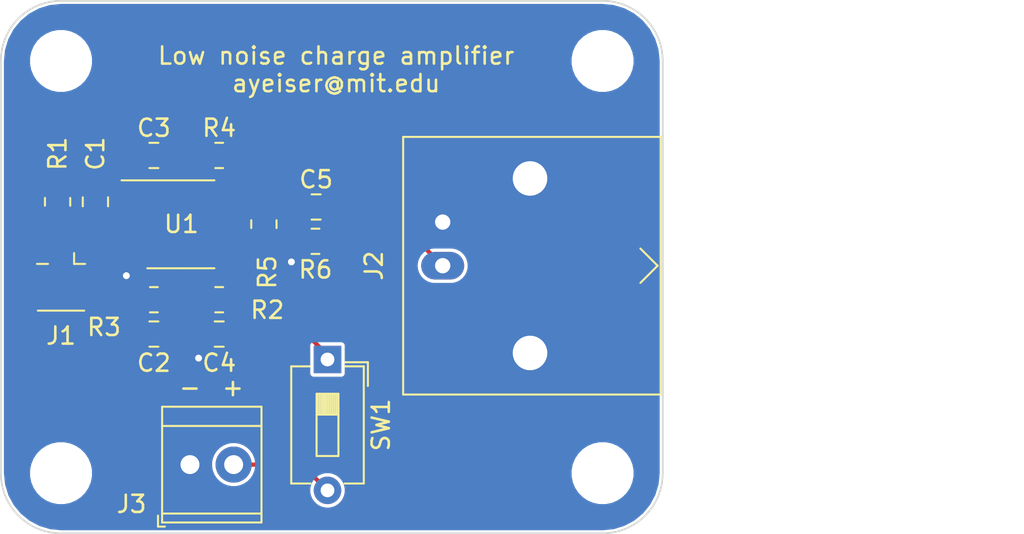
<source format=kicad_pcb>
(kicad_pcb (version 20171130) (host pcbnew 5.1.9+dfsg1-1)

  (general
    (thickness 1.6)
    (drawings 11)
    (tracks 62)
    (zones 0)
    (modules 20)
    (nets 11)
  )

  (page A4)
  (layers
    (0 F.Cu signal)
    (31 B.Cu signal)
    (32 B.Adhes user)
    (33 F.Adhes user)
    (34 B.Paste user)
    (35 F.Paste user)
    (36 B.SilkS user)
    (37 F.SilkS user)
    (38 B.Mask user)
    (39 F.Mask user)
    (40 Dwgs.User user)
    (41 Cmts.User user)
    (42 Eco1.User user)
    (43 Eco2.User user)
    (44 Edge.Cuts user)
    (45 Margin user)
    (46 B.CrtYd user)
    (47 F.CrtYd user)
    (48 B.Fab user)
    (49 F.Fab user hide)
  )

  (setup
    (last_trace_width 0.25)
    (trace_clearance 0.2)
    (zone_clearance 0.127)
    (zone_45_only no)
    (trace_min 0.1524)
    (via_size 0.8)
    (via_drill 0.4)
    (via_min_size 0.254)
    (via_min_drill 0.3)
    (uvia_size 0.3)
    (uvia_drill 0.1)
    (uvias_allowed no)
    (uvia_min_size 0.254)
    (uvia_min_drill 0.1)
    (edge_width 0.05)
    (segment_width 0.2)
    (pcb_text_width 0.3)
    (pcb_text_size 1.5 1.5)
    (mod_edge_width 0.12)
    (mod_text_size 1 1)
    (mod_text_width 0.15)
    (pad_size 1.524 1.524)
    (pad_drill 0.762)
    (pad_to_mask_clearance 0)
    (aux_axis_origin 0 0)
    (visible_elements FFFFFF7F)
    (pcbplotparams
      (layerselection 0x010fc_ffffffff)
      (usegerberextensions false)
      (usegerberattributes true)
      (usegerberadvancedattributes true)
      (creategerberjobfile true)
      (excludeedgelayer true)
      (linewidth 0.100000)
      (plotframeref false)
      (viasonmask false)
      (mode 1)
      (useauxorigin false)
      (hpglpennumber 1)
      (hpglpenspeed 20)
      (hpglpendiameter 15.000000)
      (psnegative false)
      (psa4output false)
      (plotreference true)
      (plotvalue true)
      (plotinvisibletext false)
      (padsonsilk false)
      (subtractmaskfromsilk false)
      (outputformat 1)
      (mirror false)
      (drillshape 0)
      (scaleselection 1)
      (outputdirectory "ayeiser_charge_amp_gerbers/"))
  )

  (net 0 "")
  (net 1 /VIN)
  (net 2 GND)
  (net 3 /VREF)
  (net 4 "Net-(C3-Pad1)")
  (net 5 /VDD)
  (net 6 /VOUT)
  (net 7 /S1_OUT)
  (net 8 /S2_FB)
  (net 9 /S2_OUT)
  (net 10 "Net-(J3-Pad2)")

  (net_class Default "This is the default net class."
    (clearance 0.2)
    (trace_width 0.25)
    (via_dia 0.8)
    (via_drill 0.4)
    (uvia_dia 0.3)
    (uvia_drill 0.1)
    (add_net /S1_OUT)
    (add_net /S2_FB)
    (add_net /S2_OUT)
    (add_net /VDD)
    (add_net /VIN)
    (add_net /VOUT)
    (add_net /VREF)
    (add_net GND)
    (add_net "Net-(C3-Pad1)")
    (add_net "Net-(J3-Pad2)")
  )

  (module Button_Switch_THT:SW_DIP_SPSTx01_Slide_6.7x4.1mm_W7.62mm_P2.54mm_LowProfile (layer F.Cu) (tedit 5A4E1404) (tstamp 60CABA50)
    (at 40.5 38.88 270)
    (descr "1x-dip-switch SPST , Slide, row spacing 7.62 mm (300 mils), body size 6.7x4.1mm (see e.g. https://www.ctscorp.com/wp-content/uploads/209-210.pdf), LowProfile")
    (tags "DIP Switch SPST Slide 7.62mm 300mil LowProfile")
    (path /60D091C2)
    (fp_text reference SW1 (at 3.81 -3.11 90) (layer F.SilkS)
      (effects (font (size 1 1) (thickness 0.15)))
    )
    (fp_text value SW_SPST (at 3.81 3.11 90) (layer F.Fab)
      (effects (font (size 1 1) (thickness 0.15)))
    )
    (fp_line (start 8.7 -2.4) (end -1.1 -2.4) (layer F.CrtYd) (width 0.05))
    (fp_line (start 8.7 2.4) (end 8.7 -2.4) (layer F.CrtYd) (width 0.05))
    (fp_line (start -1.1 2.4) (end 8.7 2.4) (layer F.CrtYd) (width 0.05))
    (fp_line (start -1.1 -2.4) (end -1.1 2.4) (layer F.CrtYd) (width 0.05))
    (fp_line (start 3.206667 -0.635) (end 3.206667 0.635) (layer F.SilkS) (width 0.12))
    (fp_line (start 2 0.565) (end 3.206667 0.565) (layer F.SilkS) (width 0.12))
    (fp_line (start 2 0.445) (end 3.206667 0.445) (layer F.SilkS) (width 0.12))
    (fp_line (start 2 0.325) (end 3.206667 0.325) (layer F.SilkS) (width 0.12))
    (fp_line (start 2 0.205) (end 3.206667 0.205) (layer F.SilkS) (width 0.12))
    (fp_line (start 2 0.085) (end 3.206667 0.085) (layer F.SilkS) (width 0.12))
    (fp_line (start 2 -0.035) (end 3.206667 -0.035) (layer F.SilkS) (width 0.12))
    (fp_line (start 2 -0.155) (end 3.206667 -0.155) (layer F.SilkS) (width 0.12))
    (fp_line (start 2 -0.275) (end 3.206667 -0.275) (layer F.SilkS) (width 0.12))
    (fp_line (start 2 -0.395) (end 3.206667 -0.395) (layer F.SilkS) (width 0.12))
    (fp_line (start 2 -0.515) (end 3.206667 -0.515) (layer F.SilkS) (width 0.12))
    (fp_line (start 5.62 -0.635) (end 2 -0.635) (layer F.SilkS) (width 0.12))
    (fp_line (start 5.62 0.635) (end 5.62 -0.635) (layer F.SilkS) (width 0.12))
    (fp_line (start 2 0.635) (end 5.62 0.635) (layer F.SilkS) (width 0.12))
    (fp_line (start 2 -0.635) (end 2 0.635) (layer F.SilkS) (width 0.12))
    (fp_line (start 0.16 -2.35) (end 0.16 -1.04) (layer F.SilkS) (width 0.12))
    (fp_line (start 0.16 -2.35) (end 1.543 -2.35) (layer F.SilkS) (width 0.12))
    (fp_line (start 7.221 0.99) (end 7.221 2.11) (layer F.SilkS) (width 0.12))
    (fp_line (start 7.221 -2.11) (end 7.221 -0.99) (layer F.SilkS) (width 0.12))
    (fp_line (start 0.4 1.04) (end 0.4 2.11) (layer F.SilkS) (width 0.12))
    (fp_line (start 0.4 -2.11) (end 0.4 -1.04) (layer F.SilkS) (width 0.12))
    (fp_line (start 0.4 2.11) (end 7.221 2.11) (layer F.SilkS) (width 0.12))
    (fp_line (start 0.4 -2.11) (end 7.221 -2.11) (layer F.SilkS) (width 0.12))
    (fp_line (start 3.206667 -0.635) (end 3.206667 0.635) (layer F.Fab) (width 0.1))
    (fp_line (start 2 0.565) (end 3.206667 0.565) (layer F.Fab) (width 0.1))
    (fp_line (start 2 0.465) (end 3.206667 0.465) (layer F.Fab) (width 0.1))
    (fp_line (start 2 0.365) (end 3.206667 0.365) (layer F.Fab) (width 0.1))
    (fp_line (start 2 0.265) (end 3.206667 0.265) (layer F.Fab) (width 0.1))
    (fp_line (start 2 0.165) (end 3.206667 0.165) (layer F.Fab) (width 0.1))
    (fp_line (start 2 0.065) (end 3.206667 0.065) (layer F.Fab) (width 0.1))
    (fp_line (start 2 -0.035) (end 3.206667 -0.035) (layer F.Fab) (width 0.1))
    (fp_line (start 2 -0.135) (end 3.206667 -0.135) (layer F.Fab) (width 0.1))
    (fp_line (start 2 -0.235) (end 3.206667 -0.235) (layer F.Fab) (width 0.1))
    (fp_line (start 2 -0.335) (end 3.206667 -0.335) (layer F.Fab) (width 0.1))
    (fp_line (start 2 -0.435) (end 3.206667 -0.435) (layer F.Fab) (width 0.1))
    (fp_line (start 2 -0.535) (end 3.206667 -0.535) (layer F.Fab) (width 0.1))
    (fp_line (start 5.62 -0.635) (end 2 -0.635) (layer F.Fab) (width 0.1))
    (fp_line (start 5.62 0.635) (end 5.62 -0.635) (layer F.Fab) (width 0.1))
    (fp_line (start 2 0.635) (end 5.62 0.635) (layer F.Fab) (width 0.1))
    (fp_line (start 2 -0.635) (end 2 0.635) (layer F.Fab) (width 0.1))
    (fp_line (start 0.46 -1.05) (end 1.46 -2.05) (layer F.Fab) (width 0.1))
    (fp_line (start 0.46 2.05) (end 0.46 -1.05) (layer F.Fab) (width 0.1))
    (fp_line (start 7.16 2.05) (end 0.46 2.05) (layer F.Fab) (width 0.1))
    (fp_line (start 7.16 -2.05) (end 7.16 2.05) (layer F.Fab) (width 0.1))
    (fp_line (start 1.46 -2.05) (end 7.16 -2.05) (layer F.Fab) (width 0.1))
    (fp_text user on (at 4.485 -1.3425 90) (layer F.Fab)
      (effects (font (size 0.6 0.6) (thickness 0.09)))
    )
    (fp_text user %R (at 6.39 0) (layer F.Fab)
      (effects (font (size 0.6 0.6) (thickness 0.09)))
    )
    (pad 2 thru_hole oval (at 7.62 0 270) (size 1.6 1.6) (drill 0.8) (layers *.Cu *.Mask)
      (net 10 "Net-(J3-Pad2)"))
    (pad 1 thru_hole rect (at 0 0 270) (size 1.6 1.6) (drill 0.8) (layers *.Cu *.Mask)
      (net 5 /VDD))
    (model ${KISYS3DMOD}/Button_Switch_THT.3dshapes/SW_DIP_SPSTx01_Slide_6.7x4.1mm_W7.62mm_P2.54mm_LowProfile.wrl
      (at (xyz 0 0 0))
      (scale (xyz 1 1 1))
      (rotate (xyz 0 0 90))
    )
  )

  (module MountingHole:MountingHole_3.2mm_M3 (layer F.Cu) (tedit 56D1B4CB) (tstamp 60CAA41F)
    (at 25 21.5)
    (descr "Mounting Hole 3.2mm, no annular, M3")
    (tags "mounting hole 3.2mm no annular m3")
    (attr virtual)
    (fp_text reference REF** (at 0 -4.2) (layer F.SilkS) hide
      (effects (font (size 1 1) (thickness 0.15)))
    )
    (fp_text value MountingHole_3.2mm_M3 (at 0 4.2) (layer F.Fab)
      (effects (font (size 1 1) (thickness 0.15)))
    )
    (fp_circle (center 0 0) (end 3.2 0) (layer Cmts.User) (width 0.15))
    (fp_circle (center 0 0) (end 3.45 0) (layer F.CrtYd) (width 0.05))
    (fp_text user %R (at 0.3 0) (layer F.Fab)
      (effects (font (size 1 1) (thickness 0.15)))
    )
    (pad 1 np_thru_hole circle (at 0 0) (size 3.2 3.2) (drill 3.2) (layers *.Cu *.Mask))
  )

  (module MountingHole:MountingHole_3.2mm_M3 (layer F.Cu) (tedit 56D1B4CB) (tstamp 60CAA41F)
    (at 56.5 21.5)
    (descr "Mounting Hole 3.2mm, no annular, M3")
    (tags "mounting hole 3.2mm no annular m3")
    (attr virtual)
    (fp_text reference REF** (at 0 -4.2) (layer F.SilkS) hide
      (effects (font (size 1 1) (thickness 0.15)))
    )
    (fp_text value MountingHole_3.2mm_M3 (at 0 4.2) (layer F.Fab)
      (effects (font (size 1 1) (thickness 0.15)))
    )
    (fp_circle (center 0 0) (end 3.2 0) (layer Cmts.User) (width 0.15))
    (fp_circle (center 0 0) (end 3.45 0) (layer F.CrtYd) (width 0.05))
    (fp_text user %R (at 0.3 0) (layer F.Fab)
      (effects (font (size 1 1) (thickness 0.15)))
    )
    (pad 1 np_thru_hole circle (at 0 0) (size 3.2 3.2) (drill 3.2) (layers *.Cu *.Mask))
  )

  (module MountingHole:MountingHole_3.2mm_M3 (layer F.Cu) (tedit 56D1B4CB) (tstamp 60CAA41F)
    (at 56.5 45.5)
    (descr "Mounting Hole 3.2mm, no annular, M3")
    (tags "mounting hole 3.2mm no annular m3")
    (attr virtual)
    (fp_text reference REF** (at 0 -4.2) (layer F.SilkS) hide
      (effects (font (size 1 1) (thickness 0.15)))
    )
    (fp_text value MountingHole_3.2mm_M3 (at 0 4.2) (layer F.Fab)
      (effects (font (size 1 1) (thickness 0.15)))
    )
    (fp_circle (center 0 0) (end 3.2 0) (layer Cmts.User) (width 0.15))
    (fp_circle (center 0 0) (end 3.45 0) (layer F.CrtYd) (width 0.05))
    (fp_text user %R (at 0.3 0) (layer F.Fab)
      (effects (font (size 1 1) (thickness 0.15)))
    )
    (pad 1 np_thru_hole circle (at 0 0) (size 3.2 3.2) (drill 3.2) (layers *.Cu *.Mask))
  )

  (module MountingHole:MountingHole_3.2mm_M3 (layer F.Cu) (tedit 56D1B4CB) (tstamp 60CAA384)
    (at 25 45.5)
    (descr "Mounting Hole 3.2mm, no annular, M3")
    (tags "mounting hole 3.2mm no annular m3")
    (attr virtual)
    (fp_text reference REF** (at 0 -4.2) (layer F.SilkS) hide
      (effects (font (size 1 1) (thickness 0.15)))
    )
    (fp_text value MountingHole_3.2mm_M3 (at 0 4.2) (layer F.Fab)
      (effects (font (size 1 1) (thickness 0.15)))
    )
    (fp_circle (center 0 0) (end 3.2 0) (layer Cmts.User) (width 0.15))
    (fp_circle (center 0 0) (end 3.45 0) (layer F.CrtYd) (width 0.05))
    (fp_text user %R (at 0.3 0) (layer F.Fab)
      (effects (font (size 1 1) (thickness 0.15)))
    )
    (pad 1 np_thru_hole circle (at 0 0) (size 3.2 3.2) (drill 3.2) (layers *.Cu *.Mask))
  )

  (module Resistor_SMD:R_0805_2012Metric_Pad1.20x1.40mm_HandSolder (layer F.Cu) (tedit 5F68FEEE) (tstamp 60CA8DB5)
    (at 39.8 32 180)
    (descr "Resistor SMD 0805 (2012 Metric), square (rectangular) end terminal, IPC_7351 nominal with elongated pad for handsoldering. (Body size source: IPC-SM-782 page 72, https://www.pcb-3d.com/wordpress/wp-content/uploads/ipc-sm-782a_amendment_1_and_2.pdf), generated with kicad-footprint-generator")
    (tags "resistor handsolder")
    (path /60CAFB79)
    (attr smd)
    (fp_text reference R6 (at 0 -1.65) (layer F.SilkS)
      (effects (font (size 1 1) (thickness 0.15)))
    )
    (fp_text value 10k (at 0 1.65) (layer F.Fab)
      (effects (font (size 1 1) (thickness 0.15)))
    )
    (fp_line (start 1.85 0.95) (end -1.85 0.95) (layer F.CrtYd) (width 0.05))
    (fp_line (start 1.85 -0.95) (end 1.85 0.95) (layer F.CrtYd) (width 0.05))
    (fp_line (start -1.85 -0.95) (end 1.85 -0.95) (layer F.CrtYd) (width 0.05))
    (fp_line (start -1.85 0.95) (end -1.85 -0.95) (layer F.CrtYd) (width 0.05))
    (fp_line (start -0.227064 0.735) (end 0.227064 0.735) (layer F.SilkS) (width 0.12))
    (fp_line (start -0.227064 -0.735) (end 0.227064 -0.735) (layer F.SilkS) (width 0.12))
    (fp_line (start 1 0.625) (end -1 0.625) (layer F.Fab) (width 0.1))
    (fp_line (start 1 -0.625) (end 1 0.625) (layer F.Fab) (width 0.1))
    (fp_line (start -1 -0.625) (end 1 -0.625) (layer F.Fab) (width 0.1))
    (fp_line (start -1 0.625) (end -1 -0.625) (layer F.Fab) (width 0.1))
    (fp_text user %R (at 0 0) (layer F.Fab)
      (effects (font (size 0.5 0.5) (thickness 0.08)))
    )
    (pad 2 smd roundrect (at 1 0 180) (size 1.2 1.4) (layers F.Cu F.Paste F.Mask) (roundrect_rratio 0.2083325)
      (net 2 GND))
    (pad 1 smd roundrect (at -1 0 180) (size 1.2 1.4) (layers F.Cu F.Paste F.Mask) (roundrect_rratio 0.2083325)
      (net 6 /VOUT))
    (model ${KISYS3DMOD}/Resistor_SMD.3dshapes/R_0805_2012Metric.wrl
      (at (xyz 0 0 0))
      (scale (xyz 1 1 1))
      (rotate (xyz 0 0 0))
    )
  )

  (module Connector_Coaxial:BNC_Amphenol_B6252HB-NPP3G-50_Horizontal (layer F.Cu) (tedit 5C13907B) (tstamp 60C1FB91)
    (at 47.2 33.42 270)
    (descr http://www.farnell.com/datasheets/612848.pdf)
    (tags "BNC Amphenol Horizontal")
    (path /60C6CC89)
    (fp_text reference J2 (at 0 4 90) (layer F.SilkS)
      (effects (font (size 1 1) (thickness 0.15)))
    )
    (fp_text value Conn_Coaxial (at 0 6 270) (layer F.Fab)
      (effects (font (size 1 1) (thickness 0.15)))
    )
    (fp_line (start 0 -12.5) (end 1 -11.5) (layer F.SilkS) (width 0.12))
    (fp_line (start 0 -12.5) (end -1 -11.5) (layer F.SilkS) (width 0.12))
    (fp_line (start 7.85 2.7) (end 7.85 -33.8) (layer F.CrtYd) (width 0.05))
    (fp_line (start 7.85 -33.8) (end -7.85 -33.8) (layer F.CrtYd) (width 0.05))
    (fp_line (start -7.85 2.7) (end -7.85 -33.8) (layer F.CrtYd) (width 0.05))
    (fp_line (start -7.85 2.7) (end 7.85 2.7) (layer F.CrtYd) (width 0.05))
    (fp_line (start -7.5 2.3) (end -7.5 -12.7) (layer F.SilkS) (width 0.12))
    (fp_line (start 7.5 2.3) (end -7.5 2.3) (layer F.SilkS) (width 0.12))
    (fp_line (start 7.5 -12.7) (end 7.5 2.3) (layer F.SilkS) (width 0.12))
    (fp_line (start -7.5 -12.7) (end 7.5 -12.7) (layer F.SilkS) (width 0.12))
    (fp_line (start -5 -14) (end 5 -15) (layer F.Fab) (width 0.1))
    (fp_line (start -7.35 -12.7) (end -7.35 2.2) (layer F.Fab) (width 0.1))
    (fp_line (start 7.35 -12.7) (end -7.35 -12.7) (layer F.Fab) (width 0.1))
    (fp_line (start 7.35 2.2) (end 7.35 -12.7) (layer F.Fab) (width 0.1))
    (fp_line (start -7.35 2.2) (end 7.35 2.2) (layer F.Fab) (width 0.1))
    (fp_line (start -6.35 -21.4) (end -6.35 -12.7) (layer F.Fab) (width 0.1))
    (fp_line (start 6.35 -21.4) (end -6.35 -21.4) (layer F.Fab) (width 0.1))
    (fp_line (start 6.35 -12.7) (end 6.35 -21.4) (layer F.Fab) (width 0.1))
    (fp_line (start -4.8 -33.3) (end -4.8 -21.4) (layer F.Fab) (width 0.1))
    (fp_line (start 4.8 -33.3) (end -4.8 -33.3) (layer F.Fab) (width 0.1))
    (fp_line (start 4.8 -21.4) (end 4.8 -33.3) (layer F.Fab) (width 0.1))
    (fp_circle (center 0 -28.07) (end 1 -28.07) (layer F.Fab) (width 0.1))
    (fp_line (start -5 -15) (end 5 -16) (layer F.Fab) (width 0.1))
    (fp_line (start -5 -16) (end 5 -17) (layer F.Fab) (width 0.1))
    (fp_line (start -5 -17) (end 5 -18) (layer F.Fab) (width 0.1))
    (fp_line (start -5 -18) (end 5 -19) (layer F.Fab) (width 0.1))
    (fp_line (start -5 -19) (end 5 -20) (layer F.Fab) (width 0.1))
    (fp_line (start -5 -20) (end 5 -21) (layer F.Fab) (width 0.1))
    (fp_text user %R (at 0 0 90) (layer F.Fab)
      (effects (font (size 1 1) (thickness 0.15)))
    )
    (pad 2 thru_hole oval (at -2.54 0 270) (size 1.6 2.5) (drill 0.89) (layers *.Cu *.Mask)
      (net 2 GND))
    (pad 1 thru_hole oval (at 0 0 270) (size 1.6 2.5) (drill 0.89) (layers *.Cu *.Mask)
      (net 6 /VOUT))
    (pad 2 thru_hole oval (at 5.08 -5.08 270) (size 3.5 7) (drill 2.01) (layers *.Cu *.Mask)
      (net 2 GND))
    (pad 2 thru_hole oval (at -5.08 -5.08 270) (size 3.5 7) (drill 2.01) (layers *.Cu *.Mask)
      (net 2 GND))
    (model ${KISYS3DMOD}/Connector_Coaxial.3dshapes/BNC_Amphenol_B6252HB-NPP3G-50_Horizontal.wrl
      (at (xyz 0 0 0))
      (scale (xyz 1 1 1))
      (rotate (xyz 0 0 0))
    )
  )

  (module Capacitor_SMD:C_0805_2012Metric_Pad1.18x1.45mm_HandSolder (layer F.Cu) (tedit 5F68FEEF) (tstamp 60CA8C4A)
    (at 39.8375 30 180)
    (descr "Capacitor SMD 0805 (2012 Metric), square (rectangular) end terminal, IPC_7351 nominal with elongated pad for handsoldering. (Body size source: IPC-SM-782 page 76, https://www.pcb-3d.com/wordpress/wp-content/uploads/ipc-sm-782a_amendment_1_and_2.pdf, https://docs.google.com/spreadsheets/d/1BsfQQcO9C6DZCsRaXUlFlo91Tg2WpOkGARC1WS5S8t0/edit?usp=sharing), generated with kicad-footprint-generator")
    (tags "capacitor handsolder")
    (path /60CAECF4)
    (attr smd)
    (fp_text reference C5 (at 0 1.6) (layer F.SilkS)
      (effects (font (size 1 1) (thickness 0.15)))
    )
    (fp_text value 100n (at 0 1.68) (layer F.Fab)
      (effects (font (size 1 1) (thickness 0.15)))
    )
    (fp_line (start 1.88 0.98) (end -1.88 0.98) (layer F.CrtYd) (width 0.05))
    (fp_line (start 1.88 -0.98) (end 1.88 0.98) (layer F.CrtYd) (width 0.05))
    (fp_line (start -1.88 -0.98) (end 1.88 -0.98) (layer F.CrtYd) (width 0.05))
    (fp_line (start -1.88 0.98) (end -1.88 -0.98) (layer F.CrtYd) (width 0.05))
    (fp_line (start -0.261252 0.735) (end 0.261252 0.735) (layer F.SilkS) (width 0.12))
    (fp_line (start -0.261252 -0.735) (end 0.261252 -0.735) (layer F.SilkS) (width 0.12))
    (fp_line (start 1 0.625) (end -1 0.625) (layer F.Fab) (width 0.1))
    (fp_line (start 1 -0.625) (end 1 0.625) (layer F.Fab) (width 0.1))
    (fp_line (start -1 -0.625) (end 1 -0.625) (layer F.Fab) (width 0.1))
    (fp_line (start -1 0.625) (end -1 -0.625) (layer F.Fab) (width 0.1))
    (fp_text user %R (at 0 0) (layer F.Fab)
      (effects (font (size 0.5 0.5) (thickness 0.08)))
    )
    (pad 2 smd roundrect (at 1.0375 0 180) (size 1.175 1.45) (layers F.Cu F.Paste F.Mask) (roundrect_rratio 0.2127659574468085)
      (net 9 /S2_OUT))
    (pad 1 smd roundrect (at -1.0375 0 180) (size 1.175 1.45) (layers F.Cu F.Paste F.Mask) (roundrect_rratio 0.2127659574468085)
      (net 6 /VOUT))
    (model ${KISYS3DMOD}/Capacitor_SMD.3dshapes/C_0805_2012Metric.wrl
      (at (xyz 0 0 0))
      (scale (xyz 1 1 1))
      (rotate (xyz 0 0 0))
    )
  )

  (module TerminalBlock_TE-Connectivity:TerminalBlock_TE_282834-2_1x02_P2.54mm_Horizontal (layer F.Cu) (tedit 5B1EC513) (tstamp 60C25F69)
    (at 32.5 45)
    (descr "Terminal Block TE 282834-2, 2 pins, pitch 2.54mm, size 5.54x6.5mm^2, drill diamater 1.1mm, pad diameter 2.1mm, see http://www.te.com/commerce/DocumentDelivery/DDEController?Action=showdoc&DocId=Customer+Drawing%7F282834%7FC1%7Fpdf%7FEnglish%7FENG_CD_282834_C1.pdf, script-generated using https://github.com/pointhi/kicad-footprint-generator/scripts/TerminalBlock_TE-Connectivity")
    (tags "THT Terminal Block TE 282834-2 pitch 2.54mm size 5.54x6.5mm^2 drill 1.1mm pad 2.1mm")
    (path /60CAC6B1)
    (fp_text reference J3 (at -3.4 2.3) (layer F.SilkS)
      (effects (font (size 1 1) (thickness 0.15)))
    )
    (fp_text value Screw_Terminal_01x02 (at 1.27 4.37) (layer F.Fab)
      (effects (font (size 1 1) (thickness 0.15)))
    )
    (fp_circle (center 0 0) (end 1.1 0) (layer F.Fab) (width 0.1))
    (fp_circle (center 2.54 0) (end 3.64 0) (layer F.Fab) (width 0.1))
    (fp_line (start -1.5 -3.25) (end 4.04 -3.25) (layer F.Fab) (width 0.1))
    (fp_line (start 4.04 -3.25) (end 4.04 3.25) (layer F.Fab) (width 0.1))
    (fp_line (start 4.04 3.25) (end -1.1 3.25) (layer F.Fab) (width 0.1))
    (fp_line (start -1.1 3.25) (end -1.5 2.85) (layer F.Fab) (width 0.1))
    (fp_line (start -1.5 2.85) (end -1.5 -3.25) (layer F.Fab) (width 0.1))
    (fp_line (start -1.5 2.85) (end 4.04 2.85) (layer F.Fab) (width 0.1))
    (fp_line (start -1.62 2.85) (end 4.16 2.85) (layer F.SilkS) (width 0.12))
    (fp_line (start -1.5 -2.25) (end 4.04 -2.25) (layer F.Fab) (width 0.1))
    (fp_line (start -1.62 -2.25) (end 4.16 -2.25) (layer F.SilkS) (width 0.12))
    (fp_line (start -1.62 -3.37) (end 4.16 -3.37) (layer F.SilkS) (width 0.12))
    (fp_line (start -1.62 3.37) (end 4.16 3.37) (layer F.SilkS) (width 0.12))
    (fp_line (start -1.62 -3.37) (end -1.62 3.37) (layer F.SilkS) (width 0.12))
    (fp_line (start 4.16 -3.37) (end 4.16 3.37) (layer F.SilkS) (width 0.12))
    (fp_line (start 0.835 -0.7) (end -0.701 0.835) (layer F.Fab) (width 0.1))
    (fp_line (start 0.701 -0.835) (end -0.835 0.7) (layer F.Fab) (width 0.1))
    (fp_line (start 3.375 -0.7) (end 1.84 0.835) (layer F.Fab) (width 0.1))
    (fp_line (start 3.241 -0.835) (end 1.706 0.7) (layer F.Fab) (width 0.1))
    (fp_line (start -1.86 2.97) (end -1.86 3.61) (layer F.SilkS) (width 0.12))
    (fp_line (start -1.86 3.61) (end -1.46 3.61) (layer F.SilkS) (width 0.12))
    (fp_line (start -2 -3.75) (end -2 3.75) (layer F.CrtYd) (width 0.05))
    (fp_line (start -2 3.75) (end 4.54 3.75) (layer F.CrtYd) (width 0.05))
    (fp_line (start 4.54 3.75) (end 4.54 -3.75) (layer F.CrtYd) (width 0.05))
    (fp_line (start 4.54 -3.75) (end -2 -3.75) (layer F.CrtYd) (width 0.05))
    (fp_text user %R (at 1.27 2) (layer F.Fab)
      (effects (font (size 1 1) (thickness 0.15)))
    )
    (pad 2 thru_hole circle (at 2.54 0) (size 2.1 2.1) (drill 1.1) (layers *.Cu *.Mask)
      (net 10 "Net-(J3-Pad2)"))
    (pad 1 thru_hole rect (at 0 0) (size 2.1 2.1) (drill 1.1) (layers *.Cu *.Mask)
      (net 2 GND))
    (model ${KISYS3DMOD}/TerminalBlock_TE-Connectivity.3dshapes/TerminalBlock_TE_282834-2_1x02_P2.54mm_Horizontal.wrl
      (at (xyz 0 0 0))
      (scale (xyz 1 1 1))
      (rotate (xyz 0 0 0))
    )
  )

  (module Connector_Coaxial:U.FL_Hirose_U.FL-R-SMT-1_Vertical (layer F.Cu) (tedit 5A1DBFC3) (tstamp 60C20959)
    (at 25 34.2 270)
    (descr "Hirose U.FL Coaxial https://www.hirose.com/product/en/products/U.FL/U.FL-R-SMT-1%2810%29/")
    (tags "Hirose U.FL Coaxial")
    (path /60CA0617)
    (attr smd)
    (fp_text reference J1 (at 3.3 0 180) (layer F.SilkS)
      (effects (font (size 1 1) (thickness 0.15)))
    )
    (fp_text value Conn_Coaxial (at 0.475 3.2 90) (layer F.Fab)
      (effects (font (size 1 1) (thickness 0.15)))
    )
    (fp_line (start -2.02 1) (end -2.02 -1) (layer F.CrtYd) (width 0.05))
    (fp_line (start -1.32 1) (end -2.02 1) (layer F.CrtYd) (width 0.05))
    (fp_line (start 2.08 1.8) (end 2.28 1.8) (layer F.CrtYd) (width 0.05))
    (fp_line (start 2.08 2.5) (end 2.08 1.8) (layer F.CrtYd) (width 0.05))
    (fp_line (start 2.28 1.8) (end 2.28 -1.8) (layer F.CrtYd) (width 0.05))
    (fp_line (start -1.32 1.8) (end -1.12 1.8) (layer F.CrtYd) (width 0.05))
    (fp_line (start -1.12 2.5) (end -1.12 1.8) (layer F.CrtYd) (width 0.05))
    (fp_line (start 2.08 2.5) (end -1.12 2.5) (layer F.CrtYd) (width 0.05))
    (fp_line (start 1.835 -1.35) (end 1.835 1.35) (layer F.SilkS) (width 0.12))
    (fp_line (start -0.885 -0.76) (end -1.515 -0.76) (layer F.SilkS) (width 0.12))
    (fp_line (start -0.885 1.4) (end -0.885 0.76) (layer F.SilkS) (width 0.12))
    (fp_line (start -0.925 -0.3) (end -1.075 -0.15) (layer F.Fab) (width 0.1))
    (fp_line (start 1.775 -1.3) (end 1.375 -1.3) (layer F.Fab) (width 0.1))
    (fp_line (start 1.375 -1.5) (end 1.375 -1.3) (layer F.Fab) (width 0.1))
    (fp_line (start -0.425 -1.5) (end 1.375 -1.5) (layer F.Fab) (width 0.1))
    (fp_line (start 1.775 -1.3) (end 1.775 1.3) (layer F.Fab) (width 0.1))
    (fp_line (start 1.775 1.3) (end 1.375 1.3) (layer F.Fab) (width 0.1))
    (fp_line (start 1.375 1.5) (end 1.375 1.3) (layer F.Fab) (width 0.1))
    (fp_line (start -0.425 1.5) (end 1.375 1.5) (layer F.Fab) (width 0.1))
    (fp_line (start -0.425 -1.3) (end -0.825 -1.3) (layer F.Fab) (width 0.1))
    (fp_line (start -0.425 -1.5) (end -0.425 -1.3) (layer F.Fab) (width 0.1))
    (fp_line (start -0.825 -0.3) (end -0.825 -1.3) (layer F.Fab) (width 0.1))
    (fp_line (start -0.925 -0.3) (end -0.825 -0.3) (layer F.Fab) (width 0.1))
    (fp_line (start -1.075 0.3) (end -1.075 -0.15) (layer F.Fab) (width 0.1))
    (fp_line (start -1.075 0.3) (end -0.825 0.3) (layer F.Fab) (width 0.1))
    (fp_line (start -0.825 0.3) (end -0.825 1.3) (layer F.Fab) (width 0.1))
    (fp_line (start -0.425 1.3) (end -0.825 1.3) (layer F.Fab) (width 0.1))
    (fp_line (start -0.425 1.5) (end -0.425 1.3) (layer F.Fab) (width 0.1))
    (fp_line (start -0.885 -1.4) (end -0.885 -0.76) (layer F.SilkS) (width 0.12))
    (fp_line (start 2.08 -1.8) (end 2.28 -1.8) (layer F.CrtYd) (width 0.05))
    (fp_line (start 2.08 -1.8) (end 2.08 -2.5) (layer F.CrtYd) (width 0.05))
    (fp_line (start -1.32 -1) (end -1.32 -1.8) (layer F.CrtYd) (width 0.05))
    (fp_line (start 2.08 -2.5) (end -1.12 -2.5) (layer F.CrtYd) (width 0.05))
    (fp_line (start -1.12 -1.8) (end -1.12 -2.5) (layer F.CrtYd) (width 0.05))
    (fp_line (start -1.32 -1.8) (end -1.12 -1.8) (layer F.CrtYd) (width 0.05))
    (fp_line (start -1.32 1.8) (end -1.32 1) (layer F.CrtYd) (width 0.05))
    (fp_line (start -1.32 -1) (end -2.02 -1) (layer F.CrtYd) (width 0.05))
    (fp_text user %R (at 0.475 0) (layer F.Fab)
      (effects (font (size 0.6 0.6) (thickness 0.09)))
    )
    (pad 2 smd rect (at 0.475 -1.475 270) (size 2.2 1.05) (layers F.Cu F.Paste F.Mask)
      (net 3 /VREF))
    (pad 1 smd rect (at -1.05 0 270) (size 1.05 1) (layers F.Cu F.Paste F.Mask)
      (net 1 /VIN))
    (pad 2 smd rect (at 0.475 1.475 270) (size 2.2 1.05) (layers F.Cu F.Paste F.Mask)
      (net 3 /VREF))
    (model ${KISYS3DMOD}/Connector_Coaxial.3dshapes/U.FL_Hirose_U.FL-R-SMT-1_Vertical.wrl
      (offset (xyz 0.4749999928262157 0 0))
      (scale (xyz 1 1 1))
      (rotate (xyz 0 0 0))
    )
  )

  (module Capacitor_SMD:C_0805_2012Metric_Pad1.18x1.45mm_HandSolder (layer F.Cu) (tedit 5F68FEEF) (tstamp 60C1FF2B)
    (at 34.2 37.4 180)
    (descr "Capacitor SMD 0805 (2012 Metric), square (rectangular) end terminal, IPC_7351 nominal with elongated pad for handsoldering. (Body size source: IPC-SM-782 page 76, https://www.pcb-3d.com/wordpress/wp-content/uploads/ipc-sm-782a_amendment_1_and_2.pdf, https://docs.google.com/spreadsheets/d/1BsfQQcO9C6DZCsRaXUlFlo91Tg2WpOkGARC1WS5S8t0/edit?usp=sharing), generated with kicad-footprint-generator")
    (tags "capacitor handsolder")
    (path /60C93972)
    (attr smd)
    (fp_text reference C4 (at 0 -1.68) (layer F.SilkS)
      (effects (font (size 1 1) (thickness 0.15)))
    )
    (fp_text value 100n (at 0 1.68) (layer F.Fab)
      (effects (font (size 1 1) (thickness 0.15)))
    )
    (fp_line (start -1 0.625) (end -1 -0.625) (layer F.Fab) (width 0.1))
    (fp_line (start -1 -0.625) (end 1 -0.625) (layer F.Fab) (width 0.1))
    (fp_line (start 1 -0.625) (end 1 0.625) (layer F.Fab) (width 0.1))
    (fp_line (start 1 0.625) (end -1 0.625) (layer F.Fab) (width 0.1))
    (fp_line (start -0.261252 -0.735) (end 0.261252 -0.735) (layer F.SilkS) (width 0.12))
    (fp_line (start -0.261252 0.735) (end 0.261252 0.735) (layer F.SilkS) (width 0.12))
    (fp_line (start -1.88 0.98) (end -1.88 -0.98) (layer F.CrtYd) (width 0.05))
    (fp_line (start -1.88 -0.98) (end 1.88 -0.98) (layer F.CrtYd) (width 0.05))
    (fp_line (start 1.88 -0.98) (end 1.88 0.98) (layer F.CrtYd) (width 0.05))
    (fp_line (start 1.88 0.98) (end -1.88 0.98) (layer F.CrtYd) (width 0.05))
    (fp_text user %R (at 0 0) (layer F.Fab)
      (effects (font (size 0.5 0.5) (thickness 0.08)))
    )
    (pad 2 smd roundrect (at 1.0375 0 180) (size 1.175 1.45) (layers F.Cu F.Paste F.Mask) (roundrect_rratio 0.2127659574468085)
      (net 2 GND))
    (pad 1 smd roundrect (at -1.0375 0 180) (size 1.175 1.45) (layers F.Cu F.Paste F.Mask) (roundrect_rratio 0.2127659574468085)
      (net 5 /VDD))
    (model ${KISYS3DMOD}/Capacitor_SMD.3dshapes/C_0805_2012Metric.wrl
      (at (xyz 0 0 0))
      (scale (xyz 1 1 1))
      (rotate (xyz 0 0 0))
    )
  )

  (module Package_SO:SOIC-8_3.9x4.9mm_P1.27mm (layer F.Cu) (tedit 5D9F72B1) (tstamp 60C1F528)
    (at 31.97 31.01)
    (descr "SOIC, 8 Pin (JEDEC MS-012AA, https://www.analog.com/media/en/package-pcb-resources/package/pkg_pdf/soic_narrow-r/r_8.pdf), generated with kicad-footprint-generator ipc_gullwing_generator.py")
    (tags "SOIC SO")
    (path /60BFD11E)
    (attr smd)
    (fp_text reference U1 (at 0.03 -0.01) (layer F.SilkS)
      (effects (font (size 1 1) (thickness 0.15)))
    )
    (fp_text value LTC6081xMS8 (at 0 3.4) (layer F.Fab)
      (effects (font (size 1 1) (thickness 0.15)))
    )
    (fp_line (start 0 2.56) (end 1.95 2.56) (layer F.SilkS) (width 0.12))
    (fp_line (start 0 2.56) (end -1.95 2.56) (layer F.SilkS) (width 0.12))
    (fp_line (start 0 -2.56) (end 1.95 -2.56) (layer F.SilkS) (width 0.12))
    (fp_line (start 0 -2.56) (end -3.45 -2.56) (layer F.SilkS) (width 0.12))
    (fp_line (start -0.975 -2.45) (end 1.95 -2.45) (layer F.Fab) (width 0.1))
    (fp_line (start 1.95 -2.45) (end 1.95 2.45) (layer F.Fab) (width 0.1))
    (fp_line (start 1.95 2.45) (end -1.95 2.45) (layer F.Fab) (width 0.1))
    (fp_line (start -1.95 2.45) (end -1.95 -1.475) (layer F.Fab) (width 0.1))
    (fp_line (start -1.95 -1.475) (end -0.975 -2.45) (layer F.Fab) (width 0.1))
    (fp_line (start -3.7 -2.7) (end -3.7 2.7) (layer F.CrtYd) (width 0.05))
    (fp_line (start -3.7 2.7) (end 3.7 2.7) (layer F.CrtYd) (width 0.05))
    (fp_line (start 3.7 2.7) (end 3.7 -2.7) (layer F.CrtYd) (width 0.05))
    (fp_line (start 3.7 -2.7) (end -3.7 -2.7) (layer F.CrtYd) (width 0.05))
    (fp_text user %R (at 0 0) (layer F.Fab)
      (effects (font (size 0.98 0.98) (thickness 0.15)))
    )
    (pad 8 smd roundrect (at 2.475 -1.905) (size 1.95 0.6) (layers F.Cu F.Paste F.Mask) (roundrect_rratio 0.25)
      (net 5 /VDD))
    (pad 7 smd roundrect (at 2.475 -0.635) (size 1.95 0.6) (layers F.Cu F.Paste F.Mask) (roundrect_rratio 0.25)
      (net 9 /S2_OUT))
    (pad 6 smd roundrect (at 2.475 0.635) (size 1.95 0.6) (layers F.Cu F.Paste F.Mask) (roundrect_rratio 0.25)
      (net 8 /S2_FB))
    (pad 5 smd roundrect (at 2.475 1.905) (size 1.95 0.6) (layers F.Cu F.Paste F.Mask) (roundrect_rratio 0.25)
      (net 3 /VREF))
    (pad 4 smd roundrect (at -2.475 1.905) (size 1.95 0.6) (layers F.Cu F.Paste F.Mask) (roundrect_rratio 0.25)
      (net 2 GND))
    (pad 3 smd roundrect (at -2.475 0.635) (size 1.95 0.6) (layers F.Cu F.Paste F.Mask) (roundrect_rratio 0.25)
      (net 3 /VREF))
    (pad 2 smd roundrect (at -2.475 -0.635) (size 1.95 0.6) (layers F.Cu F.Paste F.Mask) (roundrect_rratio 0.25)
      (net 1 /VIN))
    (pad 1 smd roundrect (at -2.475 -1.905) (size 1.95 0.6) (layers F.Cu F.Paste F.Mask) (roundrect_rratio 0.25)
      (net 7 /S1_OUT))
    (model ${KISYS3DMOD}/Package_SO.3dshapes/SOIC-8_3.9x4.9mm_P1.27mm.wrl
      (at (xyz 0 0 0))
      (scale (xyz 1 1 1))
      (rotate (xyz 0 0 0))
    )
  )

  (module Resistor_SMD:R_0805_2012Metric_Pad1.20x1.40mm_HandSolder (layer F.Cu) (tedit 5F68FEEE) (tstamp 60C180C8)
    (at 24.8 29.7 270)
    (descr "Resistor SMD 0805 (2012 Metric), square (rectangular) end terminal, IPC_7351 nominal with elongated pad for handsoldering. (Body size source: IPC-SM-782 page 72, https://www.pcb-3d.com/wordpress/wp-content/uploads/ipc-sm-782a_amendment_1_and_2.pdf), generated with kicad-footprint-generator")
    (tags "resistor handsolder")
    (path /60C0FB68)
    (attr smd)
    (fp_text reference R1 (at -2.8 0 90) (layer F.SilkS)
      (effects (font (size 1 1) (thickness 0.15)))
    )
    (fp_text value 10G (at 0 1.65 90) (layer F.Fab)
      (effects (font (size 1 1) (thickness 0.15)))
    )
    (fp_line (start -1 0.625) (end -1 -0.625) (layer F.Fab) (width 0.1))
    (fp_line (start -1 -0.625) (end 1 -0.625) (layer F.Fab) (width 0.1))
    (fp_line (start 1 -0.625) (end 1 0.625) (layer F.Fab) (width 0.1))
    (fp_line (start 1 0.625) (end -1 0.625) (layer F.Fab) (width 0.1))
    (fp_line (start -0.227064 -0.735) (end 0.227064 -0.735) (layer F.SilkS) (width 0.12))
    (fp_line (start -0.227064 0.735) (end 0.227064 0.735) (layer F.SilkS) (width 0.12))
    (fp_line (start -1.85 0.95) (end -1.85 -0.95) (layer F.CrtYd) (width 0.05))
    (fp_line (start -1.85 -0.95) (end 1.85 -0.95) (layer F.CrtYd) (width 0.05))
    (fp_line (start 1.85 -0.95) (end 1.85 0.95) (layer F.CrtYd) (width 0.05))
    (fp_line (start 1.85 0.95) (end -1.85 0.95) (layer F.CrtYd) (width 0.05))
    (fp_text user %R (at 0 0 90) (layer F.Fab)
      (effects (font (size 0.5 0.5) (thickness 0.08)))
    )
    (pad 2 smd roundrect (at 1 0 270) (size 1.2 1.4) (layers F.Cu F.Paste F.Mask) (roundrect_rratio 0.2083325)
      (net 1 /VIN))
    (pad 1 smd roundrect (at -1 0 270) (size 1.2 1.4) (layers F.Cu F.Paste F.Mask) (roundrect_rratio 0.2083325)
      (net 7 /S1_OUT))
    (model ${KISYS3DMOD}/Resistor_SMD.3dshapes/R_0805_2012Metric.wrl
      (at (xyz 0 0 0))
      (scale (xyz 1 1 1))
      (rotate (xyz 0 0 0))
    )
  )

  (module Resistor_SMD:R_0805_2012Metric_Pad1.20x1.40mm_HandSolder (layer F.Cu) (tedit 5F68FEEE) (tstamp 60C1810C)
    (at 36.8 31 270)
    (descr "Resistor SMD 0805 (2012 Metric), square (rectangular) end terminal, IPC_7351 nominal with elongated pad for handsoldering. (Body size source: IPC-SM-782 page 72, https://www.pcb-3d.com/wordpress/wp-content/uploads/ipc-sm-782a_amendment_1_and_2.pdf), generated with kicad-footprint-generator")
    (tags "resistor handsolder")
    (path /60C10C5C)
    (attr smd)
    (fp_text reference R5 (at 2.8 -0.2 90) (layer F.SilkS)
      (effects (font (size 1 1) (thickness 0.15)))
    )
    (fp_text value 20k (at 0 1.65 90) (layer F.Fab)
      (effects (font (size 1 1) (thickness 0.15)))
    )
    (fp_line (start -1 0.625) (end -1 -0.625) (layer F.Fab) (width 0.1))
    (fp_line (start -1 -0.625) (end 1 -0.625) (layer F.Fab) (width 0.1))
    (fp_line (start 1 -0.625) (end 1 0.625) (layer F.Fab) (width 0.1))
    (fp_line (start 1 0.625) (end -1 0.625) (layer F.Fab) (width 0.1))
    (fp_line (start -0.227064 -0.735) (end 0.227064 -0.735) (layer F.SilkS) (width 0.12))
    (fp_line (start -0.227064 0.735) (end 0.227064 0.735) (layer F.SilkS) (width 0.12))
    (fp_line (start -1.85 0.95) (end -1.85 -0.95) (layer F.CrtYd) (width 0.05))
    (fp_line (start -1.85 -0.95) (end 1.85 -0.95) (layer F.CrtYd) (width 0.05))
    (fp_line (start 1.85 -0.95) (end 1.85 0.95) (layer F.CrtYd) (width 0.05))
    (fp_line (start 1.85 0.95) (end -1.85 0.95) (layer F.CrtYd) (width 0.05))
    (fp_text user %R (at 0 0 90) (layer F.Fab)
      (effects (font (size 0.5 0.5) (thickness 0.08)))
    )
    (pad 2 smd roundrect (at 1 0 270) (size 1.2 1.4) (layers F.Cu F.Paste F.Mask) (roundrect_rratio 0.2083325)
      (net 8 /S2_FB))
    (pad 1 smd roundrect (at -1 0 270) (size 1.2 1.4) (layers F.Cu F.Paste F.Mask) (roundrect_rratio 0.2083325)
      (net 9 /S2_OUT))
    (model ${KISYS3DMOD}/Resistor_SMD.3dshapes/R_0805_2012Metric.wrl
      (at (xyz 0 0 0))
      (scale (xyz 1 1 1))
      (rotate (xyz 0 0 0))
    )
  )

  (module Resistor_SMD:R_0805_2012Metric_Pad1.20x1.40mm_HandSolder (layer F.Cu) (tedit 5F68FEEE) (tstamp 60C180FB)
    (at 34.2 27 180)
    (descr "Resistor SMD 0805 (2012 Metric), square (rectangular) end terminal, IPC_7351 nominal with elongated pad for handsoldering. (Body size source: IPC-SM-782 page 72, https://www.pcb-3d.com/wordpress/wp-content/uploads/ipc-sm-782a_amendment_1_and_2.pdf), generated with kicad-footprint-generator")
    (tags "resistor handsolder")
    (path /60C105B6)
    (attr smd)
    (fp_text reference R4 (at 0 1.6) (layer F.SilkS)
      (effects (font (size 1 1) (thickness 0.15)))
    )
    (fp_text value 10k (at 0 1.65) (layer F.Fab)
      (effects (font (size 1 1) (thickness 0.15)))
    )
    (fp_line (start -1 0.625) (end -1 -0.625) (layer F.Fab) (width 0.1))
    (fp_line (start -1 -0.625) (end 1 -0.625) (layer F.Fab) (width 0.1))
    (fp_line (start 1 -0.625) (end 1 0.625) (layer F.Fab) (width 0.1))
    (fp_line (start 1 0.625) (end -1 0.625) (layer F.Fab) (width 0.1))
    (fp_line (start -0.227064 -0.735) (end 0.227064 -0.735) (layer F.SilkS) (width 0.12))
    (fp_line (start -0.227064 0.735) (end 0.227064 0.735) (layer F.SilkS) (width 0.12))
    (fp_line (start -1.85 0.95) (end -1.85 -0.95) (layer F.CrtYd) (width 0.05))
    (fp_line (start -1.85 -0.95) (end 1.85 -0.95) (layer F.CrtYd) (width 0.05))
    (fp_line (start 1.85 -0.95) (end 1.85 0.95) (layer F.CrtYd) (width 0.05))
    (fp_line (start 1.85 0.95) (end -1.85 0.95) (layer F.CrtYd) (width 0.05))
    (fp_text user %R (at 0 0) (layer F.Fab)
      (effects (font (size 0.5 0.5) (thickness 0.08)))
    )
    (pad 2 smd roundrect (at 1 0 180) (size 1.2 1.4) (layers F.Cu F.Paste F.Mask) (roundrect_rratio 0.2083325)
      (net 4 "Net-(C3-Pad1)"))
    (pad 1 smd roundrect (at -1 0 180) (size 1.2 1.4) (layers F.Cu F.Paste F.Mask) (roundrect_rratio 0.2083325)
      (net 8 /S2_FB))
    (model ${KISYS3DMOD}/Resistor_SMD.3dshapes/R_0805_2012Metric.wrl
      (at (xyz 0 0 0))
      (scale (xyz 1 1 1))
      (rotate (xyz 0 0 0))
    )
  )

  (module Resistor_SMD:R_0805_2012Metric_Pad1.20x1.40mm_HandSolder (layer F.Cu) (tedit 5F68FEEE) (tstamp 60C180EA)
    (at 30.4 35.4 180)
    (descr "Resistor SMD 0805 (2012 Metric), square (rectangular) end terminal, IPC_7351 nominal with elongated pad for handsoldering. (Body size source: IPC-SM-782 page 72, https://www.pcb-3d.com/wordpress/wp-content/uploads/ipc-sm-782a_amendment_1_and_2.pdf), generated with kicad-footprint-generator")
    (tags "resistor handsolder")
    (path /60C1C1EB)
    (attr smd)
    (fp_text reference R3 (at 2.9 -1.6) (layer F.SilkS)
      (effects (font (size 1 1) (thickness 0.15)))
    )
    (fp_text value 1M (at 0 1.65) (layer F.Fab)
      (effects (font (size 1 1) (thickness 0.15)))
    )
    (fp_line (start -1 0.625) (end -1 -0.625) (layer F.Fab) (width 0.1))
    (fp_line (start -1 -0.625) (end 1 -0.625) (layer F.Fab) (width 0.1))
    (fp_line (start 1 -0.625) (end 1 0.625) (layer F.Fab) (width 0.1))
    (fp_line (start 1 0.625) (end -1 0.625) (layer F.Fab) (width 0.1))
    (fp_line (start -0.227064 -0.735) (end 0.227064 -0.735) (layer F.SilkS) (width 0.12))
    (fp_line (start -0.227064 0.735) (end 0.227064 0.735) (layer F.SilkS) (width 0.12))
    (fp_line (start -1.85 0.95) (end -1.85 -0.95) (layer F.CrtYd) (width 0.05))
    (fp_line (start -1.85 -0.95) (end 1.85 -0.95) (layer F.CrtYd) (width 0.05))
    (fp_line (start 1.85 -0.95) (end 1.85 0.95) (layer F.CrtYd) (width 0.05))
    (fp_line (start 1.85 0.95) (end -1.85 0.95) (layer F.CrtYd) (width 0.05))
    (fp_text user %R (at 0 0) (layer F.Fab)
      (effects (font (size 0.5 0.5) (thickness 0.08)))
    )
    (pad 2 smd roundrect (at 1 0 180) (size 1.2 1.4) (layers F.Cu F.Paste F.Mask) (roundrect_rratio 0.2083325)
      (net 2 GND))
    (pad 1 smd roundrect (at -1 0 180) (size 1.2 1.4) (layers F.Cu F.Paste F.Mask) (roundrect_rratio 0.2083325)
      (net 3 /VREF))
    (model ${KISYS3DMOD}/Resistor_SMD.3dshapes/R_0805_2012Metric.wrl
      (at (xyz 0 0 0))
      (scale (xyz 1 1 1))
      (rotate (xyz 0 0 0))
    )
  )

  (module Resistor_SMD:R_0805_2012Metric_Pad1.20x1.40mm_HandSolder (layer F.Cu) (tedit 5F68FEEE) (tstamp 60C180D9)
    (at 34.2 35.4 180)
    (descr "Resistor SMD 0805 (2012 Metric), square (rectangular) end terminal, IPC_7351 nominal with elongated pad for handsoldering. (Body size source: IPC-SM-782 page 72, https://www.pcb-3d.com/wordpress/wp-content/uploads/ipc-sm-782a_amendment_1_and_2.pdf), generated with kicad-footprint-generator")
    (tags "resistor handsolder")
    (path /60C1872A)
    (attr smd)
    (fp_text reference R2 (at -2.8 -0.6) (layer F.SilkS)
      (effects (font (size 1 1) (thickness 0.15)))
    )
    (fp_text value 1M (at 0 1.65) (layer F.Fab)
      (effects (font (size 1 1) (thickness 0.15)))
    )
    (fp_line (start -1 0.625) (end -1 -0.625) (layer F.Fab) (width 0.1))
    (fp_line (start -1 -0.625) (end 1 -0.625) (layer F.Fab) (width 0.1))
    (fp_line (start 1 -0.625) (end 1 0.625) (layer F.Fab) (width 0.1))
    (fp_line (start 1 0.625) (end -1 0.625) (layer F.Fab) (width 0.1))
    (fp_line (start -0.227064 -0.735) (end 0.227064 -0.735) (layer F.SilkS) (width 0.12))
    (fp_line (start -0.227064 0.735) (end 0.227064 0.735) (layer F.SilkS) (width 0.12))
    (fp_line (start -1.85 0.95) (end -1.85 -0.95) (layer F.CrtYd) (width 0.05))
    (fp_line (start -1.85 -0.95) (end 1.85 -0.95) (layer F.CrtYd) (width 0.05))
    (fp_line (start 1.85 -0.95) (end 1.85 0.95) (layer F.CrtYd) (width 0.05))
    (fp_line (start 1.85 0.95) (end -1.85 0.95) (layer F.CrtYd) (width 0.05))
    (fp_text user %R (at 0 0) (layer F.Fab)
      (effects (font (size 0.5 0.5) (thickness 0.08)))
    )
    (pad 2 smd roundrect (at 1 0 180) (size 1.2 1.4) (layers F.Cu F.Paste F.Mask) (roundrect_rratio 0.2083325)
      (net 3 /VREF))
    (pad 1 smd roundrect (at -1 0 180) (size 1.2 1.4) (layers F.Cu F.Paste F.Mask) (roundrect_rratio 0.2083325)
      (net 5 /VDD))
    (model ${KISYS3DMOD}/Resistor_SMD.3dshapes/R_0805_2012Metric.wrl
      (at (xyz 0 0 0))
      (scale (xyz 1 1 1))
      (rotate (xyz 0 0 0))
    )
  )

  (module Capacitor_SMD:C_0805_2012Metric_Pad1.18x1.45mm_HandSolder (layer F.Cu) (tedit 5F68FEEF) (tstamp 60C180B7)
    (at 30.4 27 180)
    (descr "Capacitor SMD 0805 (2012 Metric), square (rectangular) end terminal, IPC_7351 nominal with elongated pad for handsoldering. (Body size source: IPC-SM-782 page 76, https://www.pcb-3d.com/wordpress/wp-content/uploads/ipc-sm-782a_amendment_1_and_2.pdf, https://docs.google.com/spreadsheets/d/1BsfQQcO9C6DZCsRaXUlFlo91Tg2WpOkGARC1WS5S8t0/edit?usp=sharing), generated with kicad-footprint-generator")
    (tags "capacitor handsolder")
    (path /60C3F490)
    (attr smd)
    (fp_text reference C3 (at 0 1.6) (layer F.SilkS)
      (effects (font (size 1 1) (thickness 0.15)))
    )
    (fp_text value 100n (at 0 1.68) (layer F.Fab)
      (effects (font (size 1 1) (thickness 0.15)))
    )
    (fp_line (start -1 0.625) (end -1 -0.625) (layer F.Fab) (width 0.1))
    (fp_line (start -1 -0.625) (end 1 -0.625) (layer F.Fab) (width 0.1))
    (fp_line (start 1 -0.625) (end 1 0.625) (layer F.Fab) (width 0.1))
    (fp_line (start 1 0.625) (end -1 0.625) (layer F.Fab) (width 0.1))
    (fp_line (start -0.261252 -0.735) (end 0.261252 -0.735) (layer F.SilkS) (width 0.12))
    (fp_line (start -0.261252 0.735) (end 0.261252 0.735) (layer F.SilkS) (width 0.12))
    (fp_line (start -1.88 0.98) (end -1.88 -0.98) (layer F.CrtYd) (width 0.05))
    (fp_line (start -1.88 -0.98) (end 1.88 -0.98) (layer F.CrtYd) (width 0.05))
    (fp_line (start 1.88 -0.98) (end 1.88 0.98) (layer F.CrtYd) (width 0.05))
    (fp_line (start 1.88 0.98) (end -1.88 0.98) (layer F.CrtYd) (width 0.05))
    (fp_text user %R (at 0 0) (layer F.Fab)
      (effects (font (size 0.5 0.5) (thickness 0.08)))
    )
    (pad 2 smd roundrect (at 1.0375 0 180) (size 1.175 1.45) (layers F.Cu F.Paste F.Mask) (roundrect_rratio 0.2127659574468085)
      (net 7 /S1_OUT))
    (pad 1 smd roundrect (at -1.0375 0 180) (size 1.175 1.45) (layers F.Cu F.Paste F.Mask) (roundrect_rratio 0.2127659574468085)
      (net 4 "Net-(C3-Pad1)"))
    (model ${KISYS3DMOD}/Capacitor_SMD.3dshapes/C_0805_2012Metric.wrl
      (at (xyz 0 0 0))
      (scale (xyz 1 1 1))
      (rotate (xyz 0 0 0))
    )
  )

  (module Capacitor_SMD:C_0805_2012Metric_Pad1.18x1.45mm_HandSolder (layer F.Cu) (tedit 5F68FEEF) (tstamp 60C180A6)
    (at 30.4 37.4 180)
    (descr "Capacitor SMD 0805 (2012 Metric), square (rectangular) end terminal, IPC_7351 nominal with elongated pad for handsoldering. (Body size source: IPC-SM-782 page 76, https://www.pcb-3d.com/wordpress/wp-content/uploads/ipc-sm-782a_amendment_1_and_2.pdf, https://docs.google.com/spreadsheets/d/1BsfQQcO9C6DZCsRaXUlFlo91Tg2WpOkGARC1WS5S8t0/edit?usp=sharing), generated with kicad-footprint-generator")
    (tags "capacitor handsolder")
    (path /60C1CB42)
    (attr smd)
    (fp_text reference C2 (at 0 -1.68) (layer F.SilkS)
      (effects (font (size 1 1) (thickness 0.15)))
    )
    (fp_text value 100n (at 0 1.68) (layer F.Fab)
      (effects (font (size 1 1) (thickness 0.15)))
    )
    (fp_line (start -1 0.625) (end -1 -0.625) (layer F.Fab) (width 0.1))
    (fp_line (start -1 -0.625) (end 1 -0.625) (layer F.Fab) (width 0.1))
    (fp_line (start 1 -0.625) (end 1 0.625) (layer F.Fab) (width 0.1))
    (fp_line (start 1 0.625) (end -1 0.625) (layer F.Fab) (width 0.1))
    (fp_line (start -0.261252 -0.735) (end 0.261252 -0.735) (layer F.SilkS) (width 0.12))
    (fp_line (start -0.261252 0.735) (end 0.261252 0.735) (layer F.SilkS) (width 0.12))
    (fp_line (start -1.88 0.98) (end -1.88 -0.98) (layer F.CrtYd) (width 0.05))
    (fp_line (start -1.88 -0.98) (end 1.88 -0.98) (layer F.CrtYd) (width 0.05))
    (fp_line (start 1.88 -0.98) (end 1.88 0.98) (layer F.CrtYd) (width 0.05))
    (fp_line (start 1.88 0.98) (end -1.88 0.98) (layer F.CrtYd) (width 0.05))
    (fp_text user %R (at 0 0) (layer F.Fab)
      (effects (font (size 0.5 0.5) (thickness 0.08)))
    )
    (pad 2 smd roundrect (at 1.0375 0 180) (size 1.175 1.45) (layers F.Cu F.Paste F.Mask) (roundrect_rratio 0.2127659574468085)
      (net 2 GND))
    (pad 1 smd roundrect (at -1.0375 0 180) (size 1.175 1.45) (layers F.Cu F.Paste F.Mask) (roundrect_rratio 0.2127659574468085)
      (net 3 /VREF))
    (model ${KISYS3DMOD}/Capacitor_SMD.3dshapes/C_0805_2012Metric.wrl
      (at (xyz 0 0 0))
      (scale (xyz 1 1 1))
      (rotate (xyz 0 0 0))
    )
  )

  (module Capacitor_SMD:C_0805_2012Metric_Pad1.18x1.45mm_HandSolder (layer F.Cu) (tedit 5F68FEEF) (tstamp 60C1F189)
    (at 27 29.7 270)
    (descr "Capacitor SMD 0805 (2012 Metric), square (rectangular) end terminal, IPC_7351 nominal with elongated pad for handsoldering. (Body size source: IPC-SM-782 page 76, https://www.pcb-3d.com/wordpress/wp-content/uploads/ipc-sm-782a_amendment_1_and_2.pdf, https://docs.google.com/spreadsheets/d/1BsfQQcO9C6DZCsRaXUlFlo91Tg2WpOkGARC1WS5S8t0/edit?usp=sharing), generated with kicad-footprint-generator")
    (tags "capacitor handsolder")
    (path /60C0E146)
    (attr smd)
    (fp_text reference C1 (at -2.8 0 90) (layer F.SilkS)
      (effects (font (size 1 1) (thickness 0.15)))
    )
    (fp_text value 2p (at 0 1.68 90) (layer F.Fab)
      (effects (font (size 1 1) (thickness 0.15)))
    )
    (fp_line (start -1 0.625) (end -1 -0.625) (layer F.Fab) (width 0.1))
    (fp_line (start -1 -0.625) (end 1 -0.625) (layer F.Fab) (width 0.1))
    (fp_line (start 1 -0.625) (end 1 0.625) (layer F.Fab) (width 0.1))
    (fp_line (start 1 0.625) (end -1 0.625) (layer F.Fab) (width 0.1))
    (fp_line (start -0.261252 -0.735) (end 0.261252 -0.735) (layer F.SilkS) (width 0.12))
    (fp_line (start -0.261252 0.735) (end 0.261252 0.735) (layer F.SilkS) (width 0.12))
    (fp_line (start -1.88 0.98) (end -1.88 -0.98) (layer F.CrtYd) (width 0.05))
    (fp_line (start -1.88 -0.98) (end 1.88 -0.98) (layer F.CrtYd) (width 0.05))
    (fp_line (start 1.88 -0.98) (end 1.88 0.98) (layer F.CrtYd) (width 0.05))
    (fp_line (start 1.88 0.98) (end -1.88 0.98) (layer F.CrtYd) (width 0.05))
    (fp_text user %R (at 0 0 90) (layer F.Fab)
      (effects (font (size 0.5 0.5) (thickness 0.08)))
    )
    (pad 2 smd roundrect (at 1.0375 0 270) (size 1.175 1.45) (layers F.Cu F.Paste F.Mask) (roundrect_rratio 0.2127659574468085)
      (net 1 /VIN))
    (pad 1 smd roundrect (at -1.0375 0 270) (size 1.175 1.45) (layers F.Cu F.Paste F.Mask) (roundrect_rratio 0.2127659574468085)
      (net 7 /S1_OUT))
    (model ${KISYS3DMOD}/Capacitor_SMD.3dshapes/C_0805_2012Metric.wrl
      (at (xyz 0 0 0))
      (scale (xyz 1 1 1))
      (rotate (xyz 0 0 0))
    )
  )

  (gr_text "Low noise charge amplifier\nayeiser@mit.edu" (at 41 22) (layer F.SilkS)
    (effects (font (size 1 1) (thickness 0.15)))
  )
  (gr_arc (start 56.5 45.5) (end 56.5 49) (angle -90) (layer Edge.Cuts) (width 0.1))
  (gr_arc (start 25 45.5) (end 21.5 45.5) (angle -90) (layer Edge.Cuts) (width 0.1))
  (gr_arc (start 56.5 21.5) (end 60 21.5) (angle -90) (layer Edge.Cuts) (width 0.1))
  (gr_arc (start 25 21.5) (end 25 18) (angle -90) (layer Edge.Cuts) (width 0.1))
  (gr_text - (at 32.5 40.5) (layer F.SilkS)
    (effects (font (size 1 1) (thickness 0.15)))
  )
  (gr_text + (at 35 40.5) (layer F.SilkS)
    (effects (font (size 1 1) (thickness 0.15)))
  )
  (gr_line (start 60 21.5) (end 60 45.5) (layer Edge.Cuts) (width 0.1))
  (gr_line (start 25 18) (end 56.5 18) (layer Edge.Cuts) (width 0.1))
  (gr_line (start 21.5 45.5) (end 21.5 21.5) (layer Edge.Cuts) (width 0.1))
  (gr_line (start 56.5 49) (end 25 49) (layer Edge.Cuts) (width 0.1))

  (segment (start 27.3625 30.375) (end 27 30.7375) (width 0.25) (layer F.Cu) (net 1))
  (segment (start 29.495 30.375) (end 27.3625 30.375) (width 0.25) (layer F.Cu) (net 1))
  (segment (start 24.8375 30.7375) (end 24.8 30.7) (width 0.25) (layer F.Cu) (net 1))
  (segment (start 27 30.7375) (end 24.8375 30.7375) (width 0.25) (layer F.Cu) (net 1))
  (segment (start 25 32.7375) (end 27 30.7375) (width 0.25) (layer F.Cu) (net 1))
  (segment (start 25 33.15) (end 25 32.7375) (width 0.25) (layer F.Cu) (net 1))
  (segment (start 29.4 37.3625) (end 29.3625 37.4) (width 0.25) (layer F.Cu) (net 2))
  (segment (start 29.4 35.4) (end 29.4 37.3625) (width 0.25) (layer F.Cu) (net 2))
  (via (at 33 38.8) (size 0.8) (drill 0.4) (layers F.Cu B.Cu) (net 2))
  (segment (start 33.1625 38.6375) (end 33 38.8) (width 0.25) (layer F.Cu) (net 2))
  (segment (start 33.1625 37.4) (end 33.1625 38.6375) (width 0.25) (layer F.Cu) (net 2))
  (via (at 28.8 33.99999) (size 0.8) (drill 0.4) (layers F.Cu B.Cu) (net 2))
  (segment (start 29.495 32.915) (end 28.8 33.61) (width 0.25) (layer F.Cu) (net 2))
  (segment (start 28.8 33.61) (end 28.8 33.99999) (width 0.25) (layer F.Cu) (net 2))
  (segment (start 28.8 34.8) (end 29.4 35.4) (width 0.25) (layer F.Cu) (net 2))
  (segment (start 28.8 33.99999) (end 28.8 34.8) (width 0.25) (layer F.Cu) (net 2))
  (via (at 38.4 33.2) (size 0.8) (drill 0.4) (layers F.Cu B.Cu) (net 2))
  (segment (start 38.8 32.8) (end 38.4 33.2) (width 0.25) (layer F.Cu) (net 2))
  (segment (start 38.8 32) (end 38.8 32.8) (width 0.25) (layer F.Cu) (net 2))
  (segment (start 30.47 31.645) (end 31.74 32.915) (width 0.25) (layer F.Cu) (net 3))
  (segment (start 29.495 31.645) (end 30.47 31.645) (width 0.25) (layer F.Cu) (net 3))
  (segment (start 31.4375 35.4375) (end 31.4 35.4) (width 0.25) (layer F.Cu) (net 3))
  (segment (start 31.4375 37.4) (end 31.4375 35.4375) (width 0.25) (layer F.Cu) (net 3))
  (segment (start 33.2 35.4) (end 31.4 35.4) (width 0.25) (layer F.Cu) (net 3))
  (segment (start 31.4 33.4) (end 31.885 32.915) (width 0.25) (layer F.Cu) (net 3))
  (segment (start 31.4 35.4) (end 31.4 33.4) (width 0.25) (layer F.Cu) (net 3))
  (segment (start 31.885 32.915) (end 34.445 32.915) (width 0.25) (layer F.Cu) (net 3))
  (segment (start 31.74 32.915) (end 31.885 32.915) (width 0.25) (layer F.Cu) (net 3))
  (segment (start 31.4375 27) (end 33.2 27) (width 0.25) (layer F.Cu) (net 4))
  (segment (start 35.2375 35.4375) (end 35.2 35.4) (width 0.25) (layer F.Cu) (net 5))
  (segment (start 35.2375 37.4) (end 35.2375 35.4375) (width 0.25) (layer F.Cu) (net 5))
  (segment (start 39.72501 29.12501) (end 39.72501 32.947992) (width 0.25) (layer F.Cu) (net 5))
  (segment (start 39.405 28.805) (end 39.72501 29.12501) (width 0.25) (layer F.Cu) (net 5))
  (segment (start 37.273002 35.4) (end 35.2 35.4) (width 0.25) (layer F.Cu) (net 5))
  (segment (start 34.745 28.805) (end 39.405 28.805) (width 0.25) (layer F.Cu) (net 5))
  (segment (start 34.445 29.105) (end 34.745 28.805) (width 0.25) (layer F.Cu) (net 5))
  (segment (start 38.436501 34.236501) (end 37.273002 35.4) (width 0.25) (layer F.Cu) (net 5))
  (segment (start 39.72501 32.947992) (end 38.436501 34.236501) (width 0.25) (layer F.Cu) (net 5))
  (segment (start 40.5 38.626998) (end 37.273002 35.4) (width 0.25) (layer F.Cu) (net 5))
  (segment (start 40.5 38.88) (end 40.5 38.626998) (width 0.25) (layer F.Cu) (net 5))
  (segment (start 40.875 31.925) (end 40.8 32) (width 0.25) (layer F.Cu) (net 6))
  (segment (start 40.875 30) (end 40.875 31.925) (width 0.25) (layer F.Cu) (net 6))
  (segment (start 45.78 32) (end 47.2 33.42) (width 0.25) (layer F.Cu) (net 6))
  (segment (start 40.8 32) (end 45.78 32) (width 0.25) (layer F.Cu) (net 6))
  (segment (start 29.495 27.1325) (end 29.3625 27) (width 0.25) (layer F.Cu) (net 7))
  (segment (start 29.495 29.105) (end 29.495 27.1325) (width 0.25) (layer F.Cu) (net 7))
  (segment (start 26.9625 28.7) (end 27 28.6625) (width 0.25) (layer F.Cu) (net 7))
  (segment (start 24.8 28.7) (end 26.9625 28.7) (width 0.25) (layer F.Cu) (net 7))
  (segment (start 27.4425 29.105) (end 27 28.6625) (width 0.25) (layer F.Cu) (net 7))
  (segment (start 29.495 29.105) (end 27.4425 29.105) (width 0.25) (layer F.Cu) (net 7))
  (segment (start 36.445 31.645) (end 36.8 32) (width 0.25) (layer F.Cu) (net 8))
  (segment (start 34.445 31.645) (end 36.445 31.645) (width 0.25) (layer F.Cu) (net 8))
  (segment (start 33 31.175) (end 33.47 31.645) (width 0.25) (layer F.Cu) (net 8))
  (segment (start 33.47 31.645) (end 34.445 31.645) (width 0.25) (layer F.Cu) (net 8))
  (segment (start 33 28.903232) (end 33 31.175) (width 0.25) (layer F.Cu) (net 8))
  (segment (start 34.903232 27) (end 33 28.903232) (width 0.25) (layer F.Cu) (net 8))
  (segment (start 35.2 27) (end 34.903232 27) (width 0.25) (layer F.Cu) (net 8))
  (segment (start 36.425 30.375) (end 36.8 30) (width 0.25) (layer F.Cu) (net 9))
  (segment (start 34.445 30.375) (end 36.425 30.375) (width 0.25) (layer F.Cu) (net 9))
  (segment (start 38.8 30) (end 36.8 30) (width 0.25) (layer F.Cu) (net 9))
  (segment (start 39 45) (end 40.5 46.5) (width 0.25) (layer F.Cu) (net 10))
  (segment (start 35.04 45) (end 39 45) (width 0.25) (layer F.Cu) (net 10))

  (zone (net 2) (net_name GND) (layer B.Cu) (tstamp 60CABF02) (hatch edge 0.508)
    (connect_pads yes (clearance 0.127))
    (min_thickness 0.127)
    (fill yes (arc_segments 32) (thermal_gap 0.254) (thermal_bridge_width 0.254))
    (polygon
      (pts
        (xy 60 49) (xy 21.5 49) (xy 21.5 18) (xy 60 18)
      )
    )
    (filled_polygon
      (pts
        (xy 57.132884 18.303708) (xy 57.741657 18.487508) (xy 58.303142 18.786055) (xy 58.795945 19.187974) (xy 59.201289 19.67795)
        (xy 59.50375 20.23734) (xy 59.691796 20.844822) (xy 59.759458 21.488578) (xy 59.7595 21.500549) (xy 59.759501 45.488229)
        (xy 59.696292 46.132884) (xy 59.512492 46.741657) (xy 59.213945 47.303142) (xy 58.812029 47.795942) (xy 58.322048 48.20129)
        (xy 57.762656 48.503752) (xy 57.155181 48.691796) (xy 56.511422 48.759458) (xy 56.49945 48.7595) (xy 25.011761 48.7595)
        (xy 24.367116 48.696292) (xy 23.758343 48.512492) (xy 23.196858 48.213945) (xy 22.704058 47.812029) (xy 22.29871 47.322048)
        (xy 21.996248 46.762656) (xy 21.808204 46.155181) (xy 21.740542 45.511422) (xy 21.7405 45.49945) (xy 21.7405 45.316461)
        (xy 23.1365 45.316461) (xy 23.1365 45.683539) (xy 23.208113 46.043563) (xy 23.348587 46.382698) (xy 23.552525 46.687912)
        (xy 23.812088 46.947475) (xy 24.117302 47.151413) (xy 24.456437 47.291887) (xy 24.816461 47.3635) (xy 25.183539 47.3635)
        (xy 25.543563 47.291887) (xy 25.882698 47.151413) (xy 26.187912 46.947475) (xy 26.447475 46.687912) (xy 26.643023 46.395254)
        (xy 39.4365 46.395254) (xy 39.4365 46.604746) (xy 39.47737 46.810212) (xy 39.557538 47.003756) (xy 39.673925 47.177942)
        (xy 39.822058 47.326075) (xy 39.996244 47.442462) (xy 40.189788 47.52263) (xy 40.395254 47.5635) (xy 40.604746 47.5635)
        (xy 40.810212 47.52263) (xy 41.003756 47.442462) (xy 41.177942 47.326075) (xy 41.326075 47.177942) (xy 41.442462 47.003756)
        (xy 41.52263 46.810212) (xy 41.5635 46.604746) (xy 41.5635 46.395254) (xy 41.52263 46.189788) (xy 41.442462 45.996244)
        (xy 41.326075 45.822058) (xy 41.177942 45.673925) (xy 41.003756 45.557538) (xy 40.810212 45.47737) (xy 40.604746 45.4365)
        (xy 40.395254 45.4365) (xy 40.189788 45.47737) (xy 39.996244 45.557538) (xy 39.822058 45.673925) (xy 39.673925 45.822058)
        (xy 39.557538 45.996244) (xy 39.47737 46.189788) (xy 39.4365 46.395254) (xy 26.643023 46.395254) (xy 26.651413 46.382698)
        (xy 26.791887 46.043563) (xy 26.8635 45.683539) (xy 26.8635 45.316461) (xy 26.791887 44.956437) (xy 26.756346 44.870632)
        (xy 33.7265 44.870632) (xy 33.7265 45.129368) (xy 33.776978 45.383134) (xy 33.875992 45.622175) (xy 34.019738 45.837307)
        (xy 34.202693 46.020262) (xy 34.417825 46.164008) (xy 34.656866 46.263022) (xy 34.910632 46.3135) (xy 35.169368 46.3135)
        (xy 35.423134 46.263022) (xy 35.662175 46.164008) (xy 35.877307 46.020262) (xy 36.060262 45.837307) (xy 36.204008 45.622175)
        (xy 36.303022 45.383134) (xy 36.316284 45.316461) (xy 54.6365 45.316461) (xy 54.6365 45.683539) (xy 54.708113 46.043563)
        (xy 54.848587 46.382698) (xy 55.052525 46.687912) (xy 55.312088 46.947475) (xy 55.617302 47.151413) (xy 55.956437 47.291887)
        (xy 56.316461 47.3635) (xy 56.683539 47.3635) (xy 57.043563 47.291887) (xy 57.382698 47.151413) (xy 57.687912 46.947475)
        (xy 57.947475 46.687912) (xy 58.151413 46.382698) (xy 58.291887 46.043563) (xy 58.3635 45.683539) (xy 58.3635 45.316461)
        (xy 58.291887 44.956437) (xy 58.151413 44.617302) (xy 57.947475 44.312088) (xy 57.687912 44.052525) (xy 57.382698 43.848587)
        (xy 57.043563 43.708113) (xy 56.683539 43.6365) (xy 56.316461 43.6365) (xy 55.956437 43.708113) (xy 55.617302 43.848587)
        (xy 55.312088 44.052525) (xy 55.052525 44.312088) (xy 54.848587 44.617302) (xy 54.708113 44.956437) (xy 54.6365 45.316461)
        (xy 36.316284 45.316461) (xy 36.3535 45.129368) (xy 36.3535 44.870632) (xy 36.303022 44.616866) (xy 36.204008 44.377825)
        (xy 36.060262 44.162693) (xy 35.877307 43.979738) (xy 35.662175 43.835992) (xy 35.423134 43.736978) (xy 35.169368 43.6865)
        (xy 34.910632 43.6865) (xy 34.656866 43.736978) (xy 34.417825 43.835992) (xy 34.202693 43.979738) (xy 34.019738 44.162693)
        (xy 33.875992 44.377825) (xy 33.776978 44.616866) (xy 33.7265 44.870632) (xy 26.756346 44.870632) (xy 26.651413 44.617302)
        (xy 26.447475 44.312088) (xy 26.187912 44.052525) (xy 25.882698 43.848587) (xy 25.543563 43.708113) (xy 25.183539 43.6365)
        (xy 24.816461 43.6365) (xy 24.456437 43.708113) (xy 24.117302 43.848587) (xy 23.812088 44.052525) (xy 23.552525 44.312088)
        (xy 23.348587 44.617302) (xy 23.208113 44.956437) (xy 23.1365 45.316461) (xy 21.7405 45.316461) (xy 21.7405 38.08)
        (xy 39.435226 38.08) (xy 39.435226 39.68) (xy 39.440314 39.731655) (xy 39.455381 39.781325) (xy 39.479848 39.827101)
        (xy 39.512777 39.867223) (xy 39.552899 39.900152) (xy 39.598675 39.924619) (xy 39.648345 39.939686) (xy 39.7 39.944774)
        (xy 41.3 39.944774) (xy 41.351655 39.939686) (xy 41.401325 39.924619) (xy 41.447101 39.900152) (xy 41.487223 39.867223)
        (xy 41.520152 39.827101) (xy 41.544619 39.781325) (xy 41.559686 39.731655) (xy 41.564774 39.68) (xy 41.564774 38.08)
        (xy 41.559686 38.028345) (xy 41.544619 37.978675) (xy 41.520152 37.932899) (xy 41.487223 37.892777) (xy 41.447101 37.859848)
        (xy 41.401325 37.835381) (xy 41.351655 37.820314) (xy 41.3 37.815226) (xy 39.7 37.815226) (xy 39.648345 37.820314)
        (xy 39.598675 37.835381) (xy 39.552899 37.859848) (xy 39.512777 37.892777) (xy 39.479848 37.932899) (xy 39.455381 37.978675)
        (xy 39.440314 38.028345) (xy 39.435226 38.08) (xy 21.7405 38.08) (xy 21.7405 33.42) (xy 45.681355 33.42)
        (xy 45.701889 33.628482) (xy 45.762701 33.828953) (xy 45.861454 34.013707) (xy 45.994354 34.175646) (xy 46.156293 34.308546)
        (xy 46.341047 34.407299) (xy 46.541518 34.468111) (xy 46.697763 34.4835) (xy 47.702237 34.4835) (xy 47.858482 34.468111)
        (xy 48.058953 34.407299) (xy 48.243707 34.308546) (xy 48.405646 34.175646) (xy 48.538546 34.013707) (xy 48.637299 33.828953)
        (xy 48.698111 33.628482) (xy 48.718645 33.42) (xy 48.698111 33.211518) (xy 48.637299 33.011047) (xy 48.538546 32.826293)
        (xy 48.405646 32.664354) (xy 48.243707 32.531454) (xy 48.058953 32.432701) (xy 47.858482 32.371889) (xy 47.702237 32.3565)
        (xy 46.697763 32.3565) (xy 46.541518 32.371889) (xy 46.341047 32.432701) (xy 46.156293 32.531454) (xy 45.994354 32.664354)
        (xy 45.861454 32.826293) (xy 45.762701 33.011047) (xy 45.701889 33.211518) (xy 45.681355 33.42) (xy 21.7405 33.42)
        (xy 21.7405 21.511761) (xy 21.759649 21.316461) (xy 23.1365 21.316461) (xy 23.1365 21.683539) (xy 23.208113 22.043563)
        (xy 23.348587 22.382698) (xy 23.552525 22.687912) (xy 23.812088 22.947475) (xy 24.117302 23.151413) (xy 24.456437 23.291887)
        (xy 24.816461 23.3635) (xy 25.183539 23.3635) (xy 25.543563 23.291887) (xy 25.882698 23.151413) (xy 26.187912 22.947475)
        (xy 26.447475 22.687912) (xy 26.651413 22.382698) (xy 26.791887 22.043563) (xy 26.8635 21.683539) (xy 26.8635 21.316461)
        (xy 54.6365 21.316461) (xy 54.6365 21.683539) (xy 54.708113 22.043563) (xy 54.848587 22.382698) (xy 55.052525 22.687912)
        (xy 55.312088 22.947475) (xy 55.617302 23.151413) (xy 55.956437 23.291887) (xy 56.316461 23.3635) (xy 56.683539 23.3635)
        (xy 57.043563 23.291887) (xy 57.382698 23.151413) (xy 57.687912 22.947475) (xy 57.947475 22.687912) (xy 58.151413 22.382698)
        (xy 58.291887 22.043563) (xy 58.3635 21.683539) (xy 58.3635 21.316461) (xy 58.291887 20.956437) (xy 58.151413 20.617302)
        (xy 57.947475 20.312088) (xy 57.687912 20.052525) (xy 57.382698 19.848587) (xy 57.043563 19.708113) (xy 56.683539 19.6365)
        (xy 56.316461 19.6365) (xy 55.956437 19.708113) (xy 55.617302 19.848587) (xy 55.312088 20.052525) (xy 55.052525 20.312088)
        (xy 54.848587 20.617302) (xy 54.708113 20.956437) (xy 54.6365 21.316461) (xy 26.8635 21.316461) (xy 26.791887 20.956437)
        (xy 26.651413 20.617302) (xy 26.447475 20.312088) (xy 26.187912 20.052525) (xy 25.882698 19.848587) (xy 25.543563 19.708113)
        (xy 25.183539 19.6365) (xy 24.816461 19.6365) (xy 24.456437 19.708113) (xy 24.117302 19.848587) (xy 23.812088 20.052525)
        (xy 23.552525 20.312088) (xy 23.348587 20.617302) (xy 23.208113 20.956437) (xy 23.1365 21.316461) (xy 21.759649 21.316461)
        (xy 21.803708 20.867116) (xy 21.987508 20.258343) (xy 22.286055 19.696858) (xy 22.687974 19.204055) (xy 23.17795 18.798711)
        (xy 23.73734 18.49625) (xy 24.344822 18.308204) (xy 24.988578 18.240542) (xy 25.000549 18.2405) (xy 56.488239 18.2405)
      )
    )
  )
  (zone (net 3) (net_name /VREF) (layer F.Cu) (tstamp 60CABEFF) (hatch edge 0.508)
    (connect_pads yes (clearance 0.127))
    (min_thickness 0.127)
    (fill yes (arc_segments 32) (thermal_gap 0.508) (thermal_bridge_width 0.508))
    (polygon
      (pts
        (xy 31 31.8) (xy 29.4 31.8) (xy 29.4 31.6) (xy 30.8 31.6) (xy 30.8 29.8)
        (xy 23.6 29.8) (xy 23.6 34.6) (xy 26.4 34.6) (xy 26.4 32.9) (xy 27.8 31.6)
        (xy 29.2 31.6) (xy 29.2 31.8) (xy 27.9 31.8) (xy 26.6 33) (xy 26.6 34.8)
        (xy 23.4 34.8) (xy 23.4 29.6) (xy 31 29.6)
      )
    )
    (filled_polygon
      (pts
        (xy 28.67 29.669774) (xy 30.32 29.669774) (xy 30.383699 29.6635) (xy 30.9365 29.6635) (xy 30.9365 31.7365)
        (xy 29.4635 31.7365) (xy 29.4635 31.6635) (xy 30.8 31.6635) (xy 30.812388 31.66228) (xy 30.8243 31.658666)
        (xy 30.835279 31.652798) (xy 30.844901 31.644901) (xy 30.852798 31.635279) (xy 30.858666 31.6243) (xy 30.86228 31.612388)
        (xy 30.8635 31.6) (xy 30.8635 29.8) (xy 30.86228 29.787612) (xy 30.858666 29.7757) (xy 30.852798 29.764721)
        (xy 30.844901 29.755099) (xy 30.835279 29.747202) (xy 30.8243 29.741334) (xy 30.812388 29.73772) (xy 30.8 29.7365)
        (xy 23.6 29.7365) (xy 23.587612 29.73772) (xy 23.5757 29.741334) (xy 23.564721 29.747202) (xy 23.555099 29.755099)
        (xy 23.547202 29.764721) (xy 23.541334 29.7757) (xy 23.53772 29.787612) (xy 23.5365 29.8) (xy 23.5365 34.6)
        (xy 23.53772 34.612388) (xy 23.541334 34.6243) (xy 23.547202 34.635279) (xy 23.555099 34.644901) (xy 23.564721 34.652798)
        (xy 23.5757 34.658666) (xy 23.587612 34.66228) (xy 23.6 34.6635) (xy 26.4 34.6635) (xy 26.412388 34.66228)
        (xy 26.4243 34.658666) (xy 26.435279 34.652798) (xy 26.444901 34.644901) (xy 26.452798 34.635279) (xy 26.458666 34.6243)
        (xy 26.46228 34.612388) (xy 26.4635 34.6) (xy 26.4635 32.92769) (xy 27.824936 31.6635) (xy 29.1365 31.6635)
        (xy 29.1365 31.7365) (xy 27.9 31.7365) (xy 27.887612 31.73772) (xy 27.8757 31.741334) (xy 27.864721 31.747202)
        (xy 27.856929 31.75334) (xy 26.556929 32.95334) (xy 26.548654 32.962639) (xy 26.542352 32.973374) (xy 26.538265 32.985132)
        (xy 26.5365 33) (xy 26.5365 34.7365) (xy 23.4635 34.7365) (xy 23.4635 29.6635) (xy 28.606301 29.6635)
      )
    )
  )
  (zone (net 0) (net_name "") (layer F.Mask) (tstamp 60CABEFC) (hatch edge 0.508)
    (connect_pads yes (clearance 0.127))
    (min_thickness 0.127)
    (fill yes (arc_segments 32) (thermal_gap 0.508) (thermal_bridge_width 0.508))
    (polygon
      (pts
        (xy 31 31.8) (xy 29.7 31.8) (xy 29.7 31.6) (xy 30.8 31.6) (xy 30.8 29.8)
        (xy 23.6 29.8) (xy 23.6 34.6) (xy 26.4 34.6) (xy 26.4 32.9) (xy 27.8 31.6)
        (xy 29.4 31.6) (xy 29.4 31.8) (xy 27.9 31.8) (xy 26.6 33) (xy 26.6 34.8)
        (xy 23.4 34.8) (xy 23.4 29.6) (xy 31 29.6)
      )
    )
    (filled_polygon
      (pts
        (xy 30.9365 31.7365) (xy 29.7635 31.7365) (xy 29.7635 31.6635) (xy 30.8 31.6635) (xy 30.812388 31.66228)
        (xy 30.8243 31.658666) (xy 30.835279 31.652798) (xy 30.844901 31.644901) (xy 30.852798 31.635279) (xy 30.858666 31.6243)
        (xy 30.86228 31.612388) (xy 30.8635 31.6) (xy 30.8635 29.8) (xy 30.86228 29.787612) (xy 30.858666 29.7757)
        (xy 30.852798 29.764721) (xy 30.844901 29.755099) (xy 30.835279 29.747202) (xy 30.8243 29.741334) (xy 30.812388 29.73772)
        (xy 30.8 29.7365) (xy 23.6 29.7365) (xy 23.587612 29.73772) (xy 23.5757 29.741334) (xy 23.564721 29.747202)
        (xy 23.555099 29.755099) (xy 23.547202 29.764721) (xy 23.541334 29.7757) (xy 23.53772 29.787612) (xy 23.5365 29.8)
        (xy 23.5365 34.6) (xy 23.53772 34.612388) (xy 23.541334 34.6243) (xy 23.547202 34.635279) (xy 23.555099 34.644901)
        (xy 23.564721 34.652798) (xy 23.5757 34.658666) (xy 23.587612 34.66228) (xy 23.6 34.6635) (xy 26.4 34.6635)
        (xy 26.412388 34.66228) (xy 26.4243 34.658666) (xy 26.435279 34.652798) (xy 26.444901 34.644901) (xy 26.452798 34.635279)
        (xy 26.458666 34.6243) (xy 26.46228 34.612388) (xy 26.4635 34.6) (xy 26.4635 32.92769) (xy 27.824936 31.6635)
        (xy 29.3365 31.6635) (xy 29.3365 31.7365) (xy 27.9 31.7365) (xy 27.887612 31.73772) (xy 27.8757 31.741334)
        (xy 27.864721 31.747202) (xy 27.856929 31.75334) (xy 26.556929 32.95334) (xy 26.548654 32.962639) (xy 26.542352 32.973374)
        (xy 26.538265 32.985132) (xy 26.5365 33) (xy 26.5365 34.7365) (xy 23.4635 34.7365) (xy 23.4635 29.6635)
        (xy 30.9365 29.6635)
      )
    )
  )
)

</source>
